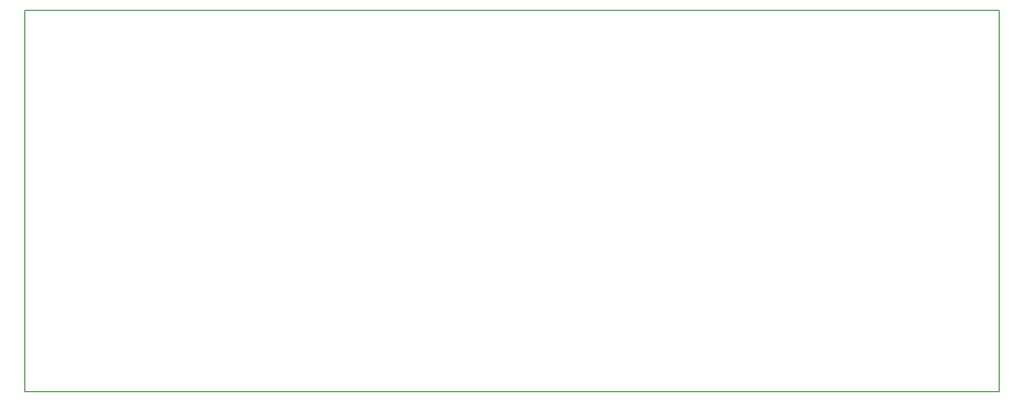
<source format=gm1>
G04 #@! TF.GenerationSoftware,KiCad,Pcbnew,8.0.6*
G04 #@! TF.CreationDate,2024-11-01T15:42:23-04:00*
G04 #@! TF.ProjectId,H_Bridge_KiCAD,485f4272-6964-4676-955f-4b694341442e,rev?*
G04 #@! TF.SameCoordinates,Original*
G04 #@! TF.FileFunction,Profile,NP*
%FSLAX46Y46*%
G04 Gerber Fmt 4.6, Leading zero omitted, Abs format (unit mm)*
G04 Created by KiCad (PCBNEW 8.0.6) date 2024-11-01 15:42:23*
%MOMM*%
%LPD*%
G01*
G04 APERTURE LIST*
G04 #@! TA.AperFunction,Profile*
%ADD10C,0.200000*%
G04 #@! TD*
G04 APERTURE END LIST*
D10*
X67000000Y-58000000D02*
X226500000Y-58000000D01*
X226500000Y-120516000D01*
X67000000Y-120516000D01*
X67000000Y-58000000D01*
M02*

</source>
